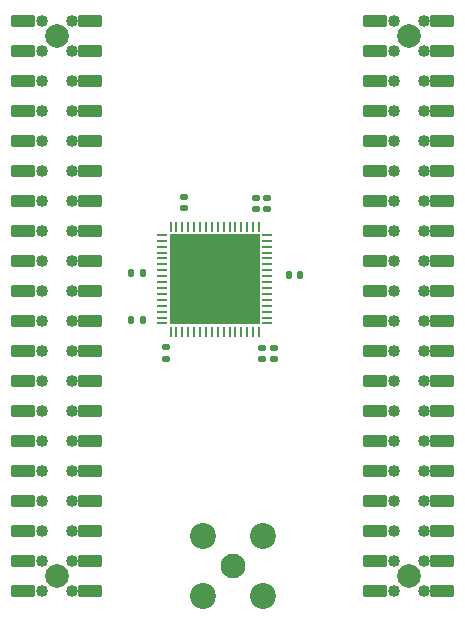
<source format=gbr>
G04 #@! TF.GenerationSoftware,KiCad,Pcbnew,7.0.9-7.0.9~ubuntu22.04.1*
G04 #@! TF.CreationDate,2023-12-06T13:17:01-05:00*
G04 #@! TF.ProjectId,caravel-breakout-qfn,63617261-7665-46c2-9d62-7265616b6f75,2.3*
G04 #@! TF.SameCoordinates,PX2dc6c00PY42c1d80*
G04 #@! TF.FileFunction,Soldermask,Top*
G04 #@! TF.FilePolarity,Negative*
%FSLAX46Y46*%
G04 Gerber Fmt 4.6, Leading zero omitted, Abs format (unit mm)*
G04 Created by KiCad (PCBNEW 7.0.9-7.0.9~ubuntu22.04.1) date 2023-12-06 13:17:01*
%MOMM*%
%LPD*%
G01*
G04 APERTURE LIST*
G04 Aperture macros list*
%AMRoundRect*
0 Rectangle with rounded corners*
0 $1 Rounding radius*
0 $2 $3 $4 $5 $6 $7 $8 $9 X,Y pos of 4 corners*
0 Add a 4 corners polygon primitive as box body*
4,1,4,$2,$3,$4,$5,$6,$7,$8,$9,$2,$3,0*
0 Add four circle primitives for the rounded corners*
1,1,$1+$1,$2,$3*
1,1,$1+$1,$4,$5*
1,1,$1+$1,$6,$7*
1,1,$1+$1,$8,$9*
0 Add four rect primitives between the rounded corners*
20,1,$1+$1,$2,$3,$4,$5,0*
20,1,$1+$1,$4,$5,$6,$7,0*
20,1,$1+$1,$6,$7,$8,$9,0*
20,1,$1+$1,$8,$9,$2,$3,0*%
G04 Aperture macros list end*
%ADD10RoundRect,0.062500X0.362500X0.062500X-0.362500X0.062500X-0.362500X-0.062500X0.362500X-0.062500X0*%
%ADD11RoundRect,0.062500X0.062500X0.362500X-0.062500X0.362500X-0.062500X-0.362500X0.062500X-0.362500X0*%
%ADD12R,7.650000X7.650000*%
%ADD13RoundRect,0.140000X0.170000X-0.140000X0.170000X0.140000X-0.170000X0.140000X-0.170000X-0.140000X0*%
%ADD14RoundRect,0.140000X0.140000X0.170000X-0.140000X0.170000X-0.140000X-0.170000X0.140000X-0.170000X0*%
%ADD15RoundRect,0.140000X-0.170000X0.140000X-0.170000X-0.140000X0.170000X-0.140000X0.170000X0.140000X0*%
%ADD16C,1.020000*%
%ADD17C,2.000000*%
%ADD18RoundRect,0.102000X-0.898000X-0.408000X0.898000X-0.408000X0.898000X0.408000X-0.898000X0.408000X0*%
%ADD19C,2.200000*%
%ADD20C,2.100000*%
G04 APERTURE END LIST*
D10*
X25450000Y24750000D03*
X25450000Y25250000D03*
X25450000Y25750000D03*
X25450000Y26250000D03*
X25450000Y26750000D03*
X25450000Y27250000D03*
X25450000Y27750000D03*
X25450000Y28250000D03*
X25450000Y28750000D03*
X25450000Y29250000D03*
X25450000Y29750000D03*
X25450000Y30250000D03*
X25450000Y30750000D03*
X25450000Y31250000D03*
X25450000Y31750000D03*
X25450000Y32250000D03*
D11*
X24750000Y32950000D03*
X24250000Y32950000D03*
X23750000Y32950000D03*
X23250000Y32950000D03*
X22750000Y32950000D03*
X22250000Y32950000D03*
X21750000Y32950000D03*
X21250000Y32950000D03*
X20750000Y32950000D03*
X20250000Y32950000D03*
X19750000Y32950000D03*
X19250000Y32950000D03*
X18750000Y32950000D03*
X18250000Y32950000D03*
X17750000Y32950000D03*
X17250000Y32950000D03*
D10*
X16550000Y32250000D03*
X16550000Y31750000D03*
X16550000Y31250000D03*
X16550000Y30750000D03*
X16550000Y30250000D03*
X16550000Y29750000D03*
X16550000Y29250000D03*
X16550000Y28750000D03*
X16550000Y28250000D03*
X16550000Y27750000D03*
X16550000Y27250000D03*
X16550000Y26750000D03*
X16550000Y26250000D03*
X16550000Y25750000D03*
X16550000Y25250000D03*
X16550000Y24750000D03*
D11*
X17250000Y24050000D03*
X17750000Y24050000D03*
X18250000Y24050000D03*
X18750000Y24050000D03*
X19250000Y24050000D03*
X19750000Y24050000D03*
X20250000Y24050000D03*
X20750000Y24050000D03*
X21250000Y24050000D03*
X21750000Y24050000D03*
X22250000Y24050000D03*
X22750000Y24050000D03*
X23250000Y24050000D03*
X23750000Y24050000D03*
X24250000Y24050000D03*
X24750000Y24050000D03*
D12*
X21000000Y28500000D03*
D13*
X25000000Y21740000D03*
X25000000Y22700000D03*
X16900000Y21770000D03*
X16900000Y22730000D03*
D14*
X14880000Y29000000D03*
X13920000Y29000000D03*
D15*
X25450000Y35400000D03*
X25450000Y34440000D03*
X24450000Y35380000D03*
X24450000Y34420000D03*
D13*
X18400000Y34520000D03*
X18400000Y35480000D03*
D14*
X28230000Y28850000D03*
X27270000Y28850000D03*
D16*
X38670000Y50380000D03*
X36130000Y50380000D03*
D17*
X37400000Y49110000D03*
D16*
X38670000Y47840000D03*
X36130000Y47840000D03*
X38670000Y45300000D03*
X36130000Y45300000D03*
X38670000Y42760000D03*
X36130000Y42760000D03*
X38670000Y40220000D03*
X36130000Y40220000D03*
X38670000Y37680000D03*
X36130000Y37680000D03*
X38670000Y35140000D03*
X36130000Y35140000D03*
X38670000Y32600000D03*
X36130000Y32600000D03*
X38670000Y30060000D03*
X36130000Y30060000D03*
X38670000Y27520000D03*
X36130000Y27520000D03*
X38670000Y24980000D03*
X36130000Y24980000D03*
X38670000Y22440000D03*
X36130000Y22440000D03*
X38670000Y19900000D03*
X36130000Y19900000D03*
X38670000Y17360000D03*
X36130000Y17360000D03*
X38670000Y14820000D03*
X36130000Y14820000D03*
X38670000Y12280000D03*
X36130000Y12280000D03*
X38670000Y9740000D03*
X36130000Y9740000D03*
X38670000Y7200000D03*
X36130000Y7200000D03*
X38670000Y4660000D03*
X36130000Y4660000D03*
D17*
X37400000Y3390000D03*
D16*
X38670000Y2120000D03*
X36130000Y2120000D03*
D18*
X34550000Y50380000D03*
X40250000Y50380000D03*
X34550000Y47840000D03*
X40250000Y47840000D03*
X34550000Y45300000D03*
X40250000Y45300000D03*
X34550000Y42760000D03*
X40250000Y42760000D03*
X34550000Y40220000D03*
X40250000Y40220000D03*
X34550000Y37680000D03*
X40250000Y37680000D03*
X34550000Y35140000D03*
X40250000Y35140000D03*
X34550000Y32600000D03*
X40250000Y32600000D03*
X34550000Y30060000D03*
X40250000Y30060000D03*
X34550000Y27520000D03*
X40250000Y27520000D03*
X34550000Y24980000D03*
X40250000Y24980000D03*
X34550000Y22440000D03*
X40250000Y22440000D03*
X34550000Y19900000D03*
X40250000Y19900000D03*
X34550000Y17360000D03*
X40250000Y17360000D03*
X34550000Y14820000D03*
X40250000Y14820000D03*
X34550000Y12280000D03*
X40250000Y12280000D03*
X34550000Y9740000D03*
X40250000Y9740000D03*
X34550000Y7200000D03*
X40250000Y7200000D03*
X34550000Y4660000D03*
X40250000Y4660000D03*
X34550000Y2120000D03*
X40250000Y2120000D03*
D13*
X26050000Y21720000D03*
X26050000Y22680000D03*
D14*
X14880000Y25000000D03*
X13920000Y25000000D03*
D19*
X19960000Y6740000D03*
X25040000Y6740000D03*
X25040000Y1660000D03*
X19960000Y1660000D03*
D20*
X22500000Y4200000D03*
D16*
X8870000Y50380000D03*
X6330000Y50380000D03*
D17*
X7600000Y49110000D03*
D16*
X8870000Y47840000D03*
X6330000Y47840000D03*
X8870000Y45300000D03*
X6330000Y45300000D03*
X8870000Y42760000D03*
X6330000Y42760000D03*
X8870000Y40220000D03*
X6330000Y40220000D03*
X8870000Y37680000D03*
X6330000Y37680000D03*
X8870000Y35140000D03*
X6330000Y35140000D03*
X8870000Y32600000D03*
X6330000Y32600000D03*
X8870000Y30060000D03*
X6330000Y30060000D03*
X8870000Y27520000D03*
X6330000Y27520000D03*
X8870000Y24980000D03*
X6330000Y24980000D03*
X8870000Y22440000D03*
X6330000Y22440000D03*
X8870000Y19900000D03*
X6330000Y19900000D03*
X8870000Y17360000D03*
X6330000Y17360000D03*
X8870000Y14820000D03*
X6330000Y14820000D03*
X8870000Y12280000D03*
X6330000Y12280000D03*
X8870000Y9740000D03*
X6330000Y9740000D03*
X8870000Y7200000D03*
X6330000Y7200000D03*
X8870000Y4660000D03*
X6330000Y4660000D03*
D17*
X7600000Y3390000D03*
D16*
X8870000Y2120000D03*
X6330000Y2120000D03*
D18*
X4750000Y50380000D03*
X10450000Y50380000D03*
X4750000Y47840000D03*
X10450000Y47840000D03*
X4750000Y45300000D03*
X10450000Y45300000D03*
X4750000Y42760000D03*
X10450000Y42760000D03*
X4750000Y40220000D03*
X10450000Y40220000D03*
X4750000Y37680000D03*
X10450000Y37680000D03*
X4750000Y35140000D03*
X10450000Y35140000D03*
X4750000Y32600000D03*
X10450000Y32600000D03*
X4750000Y30060000D03*
X10450000Y30060000D03*
X4750000Y27520000D03*
X10450000Y27520000D03*
X4750000Y24980000D03*
X10450000Y24980000D03*
X4750000Y22440000D03*
X10450000Y22440000D03*
X4750000Y19900000D03*
X10450000Y19900000D03*
X4750000Y17360000D03*
X10450000Y17360000D03*
X4750000Y14820000D03*
X10450000Y14820000D03*
X4750000Y12280000D03*
X10450000Y12280000D03*
X4750000Y9740000D03*
X10450000Y9740000D03*
X4750000Y7200000D03*
X10450000Y7200000D03*
X4750000Y4660000D03*
X10450000Y4660000D03*
X4750000Y2120000D03*
X10450000Y2120000D03*
M02*

</source>
